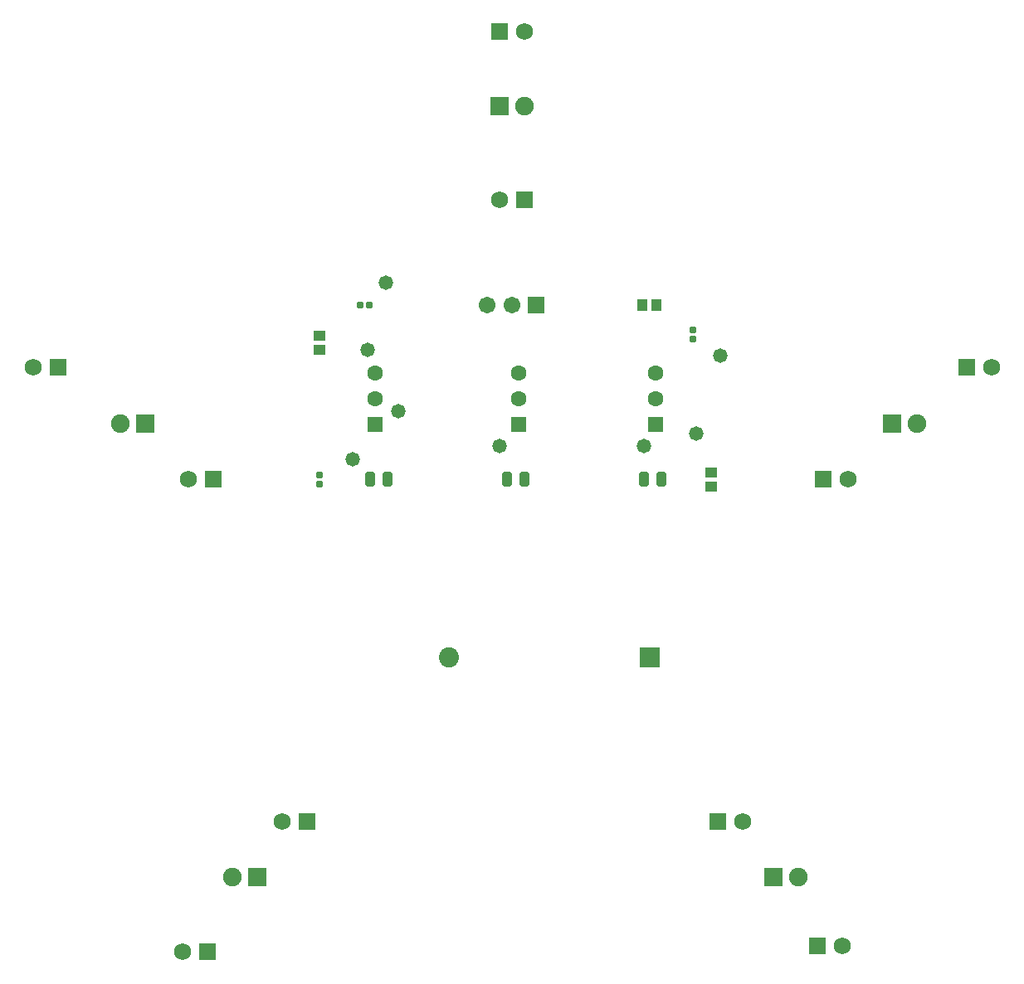
<source format=gts>
G04*
G04 #@! TF.GenerationSoftware,Altium Limited,Altium Designer,23.0.1 (38)*
G04*
G04 Layer_Color=8388736*
%FSLAX44Y44*%
%MOMM*%
G71*
G04*
G04 #@! TF.SameCoordinates,DBD969FD-5544-4FB8-9625-6CD88A766504*
G04*
G04*
G04 #@! TF.FilePolarity,Negative*
G04*
G01*
G75*
%ADD19R,1.2532X1.1032*%
G04:AMPARAMS|DCode=20|XSize=0.7532mm|YSize=0.7032mm|CornerRadius=0.1641mm|HoleSize=0mm|Usage=FLASHONLY|Rotation=0.000|XOffset=0mm|YOffset=0mm|HoleType=Round|Shape=RoundedRectangle|*
%AMROUNDEDRECTD20*
21,1,0.7532,0.3750,0,0,0.0*
21,1,0.4250,0.7032,0,0,0.0*
1,1,0.3282,0.2125,-0.1875*
1,1,0.3282,-0.2125,-0.1875*
1,1,0.3282,-0.2125,0.1875*
1,1,0.3282,0.2125,0.1875*
%
%ADD20ROUNDEDRECTD20*%
G04:AMPARAMS|DCode=21|XSize=1.5032mm|YSize=0.9632mm|CornerRadius=0.1966mm|HoleSize=0mm|Usage=FLASHONLY|Rotation=90.000|XOffset=0mm|YOffset=0mm|HoleType=Round|Shape=RoundedRectangle|*
%AMROUNDEDRECTD21*
21,1,1.5032,0.5700,0,0,90.0*
21,1,1.1100,0.9632,0,0,90.0*
1,1,0.3932,0.2850,0.5550*
1,1,0.3932,0.2850,-0.5550*
1,1,0.3932,-0.2850,-0.5550*
1,1,0.3932,-0.2850,0.5550*
%
%ADD21ROUNDEDRECTD21*%
G04:AMPARAMS|DCode=22|XSize=0.7532mm|YSize=0.7032mm|CornerRadius=0.1641mm|HoleSize=0mm|Usage=FLASHONLY|Rotation=90.000|XOffset=0mm|YOffset=0mm|HoleType=Round|Shape=RoundedRectangle|*
%AMROUNDEDRECTD22*
21,1,0.7532,0.3750,0,0,90.0*
21,1,0.4250,0.7032,0,0,90.0*
1,1,0.3282,0.1875,0.2125*
1,1,0.3282,0.1875,-0.2125*
1,1,0.3282,-0.1875,-0.2125*
1,1,0.3282,-0.1875,0.2125*
%
%ADD22ROUNDEDRECTD22*%
%ADD23R,1.1032X1.2532*%
%ADD24R,1.6032X1.6032*%
%ADD25C,1.6032*%
%ADD26C,2.0532*%
%ADD27R,2.0532X2.0532*%
%ADD28C,1.9000*%
%ADD29R,1.9000X1.9000*%
%ADD30R,1.7032X1.7032*%
%ADD31C,1.7032*%
%ADD32C,1.7532*%
%ADD33R,1.7532X1.7532*%
%ADD34C,1.4732*%
D19*
X603250Y597550D02*
D03*
Y583550D02*
D03*
X203200Y723250D02*
D03*
Y737250D02*
D03*
D20*
X584200Y733950D02*
D03*
Y742950D02*
D03*
X203200Y586050D02*
D03*
Y595050D02*
D03*
D21*
X552450Y590550D02*
D03*
X534550D02*
D03*
X273050D02*
D03*
X255150D02*
D03*
X412750D02*
D03*
X394850D02*
D03*
D22*
X254000Y768350D02*
D03*
X245000D02*
D03*
D23*
X546750D02*
D03*
X532750D02*
D03*
D24*
X546100Y647100D02*
D03*
X260350D02*
D03*
X406400D02*
D03*
D25*
X546100Y699100D02*
D03*
Y673100D02*
D03*
X260350Y699100D02*
D03*
Y673100D02*
D03*
X406400Y699100D02*
D03*
Y673100D02*
D03*
D26*
X335700Y408940D02*
D03*
D27*
X540600D02*
D03*
D28*
X412750Y971550D02*
D03*
X-0Y647700D02*
D03*
X114300Y184150D02*
D03*
X692150D02*
D03*
X812800Y647700D02*
D03*
D29*
X387350Y971550D02*
D03*
X25400Y647700D02*
D03*
X139700Y184150D02*
D03*
X666750D02*
D03*
X787400Y647700D02*
D03*
D30*
X424650Y768350D02*
D03*
D31*
X399650D02*
D03*
X374650D02*
D03*
D32*
X412750Y1047750D02*
D03*
X69850Y590550D02*
D03*
X165100Y241300D02*
D03*
X635000D02*
D03*
X742950Y590550D02*
D03*
X387350Y876300D02*
D03*
X-88900Y704850D02*
D03*
X63500Y107950D02*
D03*
X736600Y114300D02*
D03*
X889000Y704850D02*
D03*
D33*
X387350Y1047750D02*
D03*
X95250Y590550D02*
D03*
X190500Y241300D02*
D03*
X609600D02*
D03*
X717550Y590550D02*
D03*
X412750Y876300D02*
D03*
X-63500Y704850D02*
D03*
X88900Y107950D02*
D03*
X711200Y114300D02*
D03*
X863600Y704850D02*
D03*
D34*
X387198Y624699D02*
D03*
X252324Y723250D02*
D03*
X587604Y637399D02*
D03*
X534550Y624699D02*
D03*
X612496Y716901D02*
D03*
X270908Y791323D02*
D03*
X237084Y610983D02*
D03*
X283820Y660005D02*
D03*
M02*

</source>
